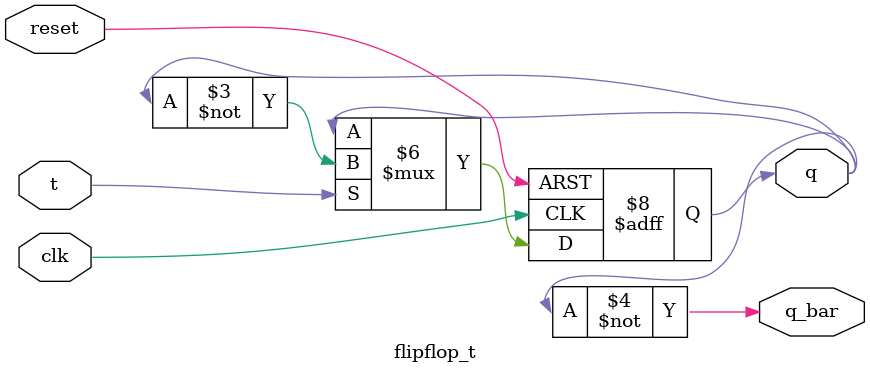
<source format=v>
`timescale 1ns / 1ps
module flipflop_t(
	input clk, reset, t,
	output reg q, 
	output q_bar
    );
always @(posedge clk, posedge reset)
	if (reset)
		q <= 0;
	else 
		if (t==0)
			q <= q;
		else
			q <= ~q;
assign q_bar = ~q;
endmodule


</source>
